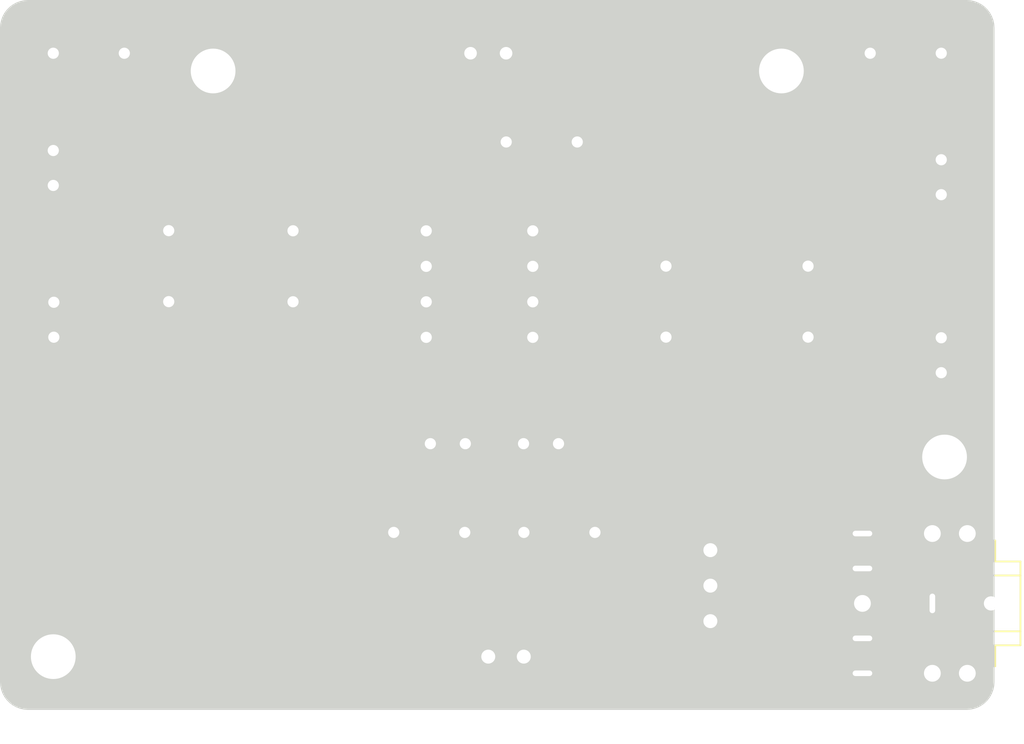
<source format=kicad_pcb>
(kicad_pcb (version 20221018) (generator pcbnew)

  (general
    (thickness 1.6)
  )

  (paper "A4")
  (layers
    (0 "F.Cu" signal)
    (31 "B.Cu" signal)
    (32 "B.Adhes" user "B.Adhesive")
    (33 "F.Adhes" user "F.Adhesive")
    (34 "B.Paste" user)
    (35 "F.Paste" user)
    (36 "B.SilkS" user "B.Silkscreen")
    (37 "F.SilkS" user "F.Silkscreen")
    (38 "B.Mask" user)
    (39 "F.Mask" user)
    (40 "Dwgs.User" user "User.Drawings")
    (41 "Cmts.User" user "User.Comments")
    (42 "Eco1.User" user "User.Eco1")
    (43 "Eco2.User" user "User.Eco2")
    (44 "Edge.Cuts" user)
    (45 "Margin" user)
    (46 "B.CrtYd" user "B.Courtyard")
    (47 "F.CrtYd" user "F.Courtyard")
    (48 "B.Fab" user)
    (49 "F.Fab" user)
    (50 "User.1" user)
    (51 "User.2" user)
    (52 "User.3" user)
    (53 "User.4" user)
    (54 "User.5" user)
    (55 "User.6" user)
    (56 "User.7" user)
    (57 "User.8" user)
    (58 "User.9" user)
  )

  (setup
    (stackup
      (layer "F.SilkS" (type "Top Silk Screen"))
      (layer "F.Paste" (type "Top Solder Paste"))
      (layer "F.Mask" (type "Top Solder Mask") (thickness 0.01))
      (layer "F.Cu" (type "copper") (thickness 0.035))
      (layer "dielectric 1" (type "core") (thickness 1.51) (material "FR4") (epsilon_r 4.5) (loss_tangent 0.02))
      (layer "B.Cu" (type "copper") (thickness 0.035))
      (layer "B.Mask" (type "Bottom Solder Mask") (thickness 0.01))
      (layer "B.Paste" (type "Bottom Solder Paste"))
      (layer "B.SilkS" (type "Bottom Silk Screen"))
      (copper_finish "None")
      (dielectric_constraints no)
    )
    (pad_to_mask_clearance 0)
    (pcbplotparams
      (layerselection 0x00010fc_ffffffff)
      (plot_on_all_layers_selection 0x0000000_00000000)
      (disableapertmacros false)
      (usegerberextensions false)
      (usegerberattributes true)
      (usegerberadvancedattributes true)
      (creategerberjobfile true)
      (dashed_line_dash_ratio 12.000000)
      (dashed_line_gap_ratio 3.000000)
      (svgprecision 4)
      (plotframeref false)
      (viasonmask false)
      (mode 1)
      (useauxorigin false)
      (hpglpennumber 1)
      (hpglpenspeed 20)
      (hpglpendiameter 15.000000)
      (dxfpolygonmode true)
      (dxfimperialunits true)
      (dxfusepcbnewfont true)
      (psnegative false)
      (psa4output false)
      (plotreference true)
      (plotvalue true)
      (plotinvisibletext false)
      (sketchpadsonfab false)
      (subtractmaskfromsilk false)
      (outputformat 1)
      (mirror false)
      (drillshape 1)
      (scaleselection 1)
      (outputdirectory "")
    )
  )

  (net 0 "")
  (net 1 "Net-(C1-Pad1)")
  (net 2 "Net-(C1-Pad2)")
  (net 3 "Net-(C2-Pad1)")
  (net 4 "Net-(C2-Pad2)")
  (net 5 "Net-(J1-Pin_2)")
  (net 6 "Net-(J1-Pin_6)")
  (net 7 "+BATT")
  (net 8 "-BATT")
  (net 9 "Net-(J1-Pin_1)")
  (net 10 "Net-(J1-Pin_7)")
  (net 11 "Net-(D1-A)")
  (net 12 "/Virtual_Ground")
  (net 13 "Net-(C3-Pad1)")
  (net 14 "Net-(C4-Pad1)")
  (net 15 "Net-(J4-Pin_2)")
  (net 16 "Net-(J4-Pin_3)")

  (footprint "Capacitor_THT:CP_Radial_D5.0mm_P2.50mm" (layer "F.Cu") (at 54.65 125.73 90))

  (footprint "Capacitor_THT:CP_Radial_D5.0mm_P2.50mm" (layer "F.Cu") (at 54.61 114.870113 90))

  (footprint "MountingHole:MountingHole_3.2mm_M3" (layer "F.Cu") (at 118.347588 134.30438))

  (footprint "Resistor_THT:R_Box_L8.4mm_W2.5mm_P5.08mm" (layer "F.Cu") (at 98.425 125.725 90))

  (footprint "Capacitor_THT:CP_Radial_D5.0mm_P2.50mm" (layer "F.Cu") (at 84.076 133.35 180))

  (footprint "Capacitor_THT:CP_Radial_D5.0mm_P2.50mm" (layer "F.Cu") (at 118.11 128.27 90))

  (footprint "MountingHole:MountingHole_3.2mm_M3" (layer "F.Cu") (at 54.61 148.59))

  (footprint "Capacitor_THT:CP_Radial_D5.0mm_P2.50mm" (layer "F.Cu") (at 90.740113 133.35 180))

  (footprint "Resistor_THT:R_Box_L8.4mm_W2.5mm_P5.08mm" (layer "F.Cu") (at 71.755 118.115 -90))

  (footprint "Resistor_THT:R_Box_L8.4mm_W2.5mm_P5.08mm" (layer "F.Cu") (at 88.265 139.7))

  (footprint "MountingHole:MountingHole_3.2mm_M3" (layer "F.Cu") (at 66.04 106.68))

  (footprint "Connector_PinHeader_2.54mm:PinHeader_1x03_P2.54mm_Vertical" (layer "F.Cu") (at 101.6 140.97))

  (footprint "Inductor_THT:L_Axial_L7.0mm_D3.3mm_P5.08mm_Vertical_Fastron_MICC" (layer "F.Cu") (at 118.11 105.41 180))

  (footprint "Package_DIP:DIP-8_W7.62mm_Socket" (layer "F.Cu") (at 81.28 118.12))

  (footprint "Inductor_THT:L_Axial_L7.0mm_D3.3mm_P5.08mm_Vertical_Fastron_MICC" (layer "F.Cu") (at 54.61 105.41))

  (footprint "Resistor_THT:R_Box_L8.4mm_W2.5mm_P5.08mm" (layer "F.Cu") (at 78.956 139.7))

  (footprint "Resistor_THT:R_Box_L8.4mm_W2.5mm_P5.08mm" (layer "F.Cu") (at 108.585 125.725 90))

  (footprint "Resistor_THT:R_Box_L8.4mm_W2.5mm_P5.08mm" (layer "F.Cu") (at 87 111.76))

  (footprint "Capacitor_THT:CP_Radial_D5.0mm_P2.50mm" (layer "F.Cu") (at 118.11 115.531 90))

  (footprint "Connector_Audio:Jack_3.5mm_CUI_SJ1-3525N_Horizontal" (layer "F.Cu") (at 117.475 144.78 90))

  (footprint "Resistor_THT:R_Box_L8.4mm_W2.5mm_P5.08mm" (layer "F.Cu") (at 62.865 123.185 90))

  (footprint "Connector_PinHeader_2.54mm:PinHeader_1x02_P2.54mm_Vertical" (layer "F.Cu") (at 85.716793 148.588207 90))

  (footprint "MountingHole:MountingHole_3.2mm_M3" (layer "F.Cu") (at 106.68 106.68))

  (footprint "LED_THT:LED_D4.0mm" (layer "F.Cu") (at 84.45 105.41))

  (segment (start 54.61 114.870113) (end 54.61 116.195) (width 1) (layer "F.Cu") (net 1) (tstamp 24fee871-1233-4217-814e-3e3f1d332178))
  (segment (start 56.52 118.105) (end 62.865 118.105) (width 1) (layer "F.Cu") (net 1) (tstamp 94e5eeb4-78dc-4cd8-861e-fb1e6f361983))
  (segment (start 54.61 116.195) (end 56.52 118.105) (width 1) (layer "F.Cu") (net 1) (tstamp f95c0814-3f20-47eb-9ee0-840aaed618f2))
  (segment (start 54.61 105.41) (end 54.61 112.370113) (width 1) (layer "F.Cu") (net 2) (tstamp 8a8ac138-968d-4d47-97c3-0fd6d52da30d))
  (segment (start 118.11 115.531) (end 112.991 120.65) (width 1) (layer "F.Cu") (net 3) (tstamp 3e03a21e-ba7e-4985-a41a-ba6a99c74908))
  (segment (start 112.991 120.65) (end 111.125 120.65) (width 1) (layer "F.Cu") (net 3) (tstamp 4e8ded8b-5efa-453d-bdd8-408a96e84b95))
  (segment (start 111.12 120.645) (end 108.585 120.645) (width 1) (layer "F.Cu") (net 3) (tstamp 626f59a4-c871-4b5d-b035-2bb7d0b7936d))
  (segment (start 111.125 120.65) (end 111.12 120.645) (width 1) (layer "F.Cu") (net 3) (tstamp a2ade820-6a6e-4d1b-984e-b30ced13bc1f))
  (segment (start 118.11 113.03) (end 118.11 105.41) (width 1) (layer "F.Cu") (net 4) (tstamp b2baa72f-5699-4c41-8e7b-d6b34d2e77d8))
  (segment (start 62.865 123.185) (end 54.654 123.185) (width 1) (layer "F.Cu") (net 5) (tstamp 14389563-3319-45fe-a5b2-dad79eef7e66))
  (segment (start 71.755 123.195) (end 62.875 123.195) (width 1) (layer "F.Cu") (net 5) (tstamp 4755fe81-d25d-49e0-9e58-6347b4ff57e6))
  (segment (start 81.28 120.66) (end 74.29 120.66) (width 1) (layer "F.Cu") (net 5) (tstamp 84eab3c0-e650-4934-a265-a5795d952224))
  (segment (start 74.29 120.66) (end 71.755 123.195) (width 1) (layer "F.Cu") (net 5) (tstamp 9e5089c5-3185-4dd5-9db8-cd119f2847eb))
  (segment (start 62.875 123.195) (end 62.865 123.185) (width 1) (layer "F.Cu") (net 5) (tstamp c7f0d094-9edf-46c6-b4cc-6d693bae515b))
  (segment (start 118.065 125.725) (end 108.585 125.725) (width 1) (layer "F.Cu") (net 6) (tstamp 61c7ba73-c6b1-4cd5-b36e-d15f5612e3cc))
  (segment (start 108.585 125.725) (end 98.425 125.725) (width 1) (layer "F.Cu") (net 6) (tstamp 92989e3c-3f73-4cca-ae8e-c09028595d2a))
  (segment (start 88.9 123.2) (end 95.9 123.2) (width 1) (layer "F.Cu") (net 6) (tstamp 984ce6cc-626d-4ca7-b689-57d92eaf47b0))
  (segment (start 95.9 123.2) (end 98.425 125.725) (width 1) (layer "F.Cu") (net 6) (tstamp c988becf-176c-4822-931e-3ef48d6aadb8))
  (segment (start 84.076 133.35) (end 84.076 139.952) (width 1) (layer "F.Cu") (net 7) (tstamp 58975d57-cf16-4333-be5c-9cb3441beeb8))
  (segment (start 84.076 133.35) (end 83.82 133.35) (width 1) (layer "F.Cu") (net 7) (tstamp b401ddd3-f279-43ed-af0c-06e7a5edc020))
  (segment (start 84.074 146.945414) (end 85.716793 148.588207) (width 1) (layer "F.Cu") (net 7) (tstamp c4570152-39e5-420e-9cda-b80edb0c4697))
  (segment (start 84.074 139.7) (end 84.074 146.945414) (width 1) (layer "F.Cu") (net 7) (tstamp e0785363-3fa2-4702-af36-94955c8abc0c))
  (segment (start 84.076 139.952) (end 84.074 139.954) (width 1) (layer "F.Cu") (net 7) (tstamp f56771de-f910-496a-824c-7a8107e02a05))
  (segment (start 81.28 125.74) (end 81.28 127.635) (width 1) (layer "B.Cu") (net 7) (tstamp 2db33e76-bf25-4dde-a0e6-75dbbc876d4c))
  (segment (start 81.28 127.635) (end 84.076 130.431) (width 1) (layer "B.Cu") (net 7) (tstamp 4ef17426-7b94-430e-b34a-bfdfaf84d238))
  (segment (start 84.076 130.431) (end 84.076 133.35) (width 1) (layer "B.Cu") (net 7) (tstamp 9500b052-9457-4050-b5fe-f5c12d3f7001))
  (segment (start 84.45 105.41) (end 84.45 113.66) (width 1) (layer "F.Cu") (net 8) (tstamp 5dea4cf7-39a9-4f7a-8396-1ae205a5c7a6))
  (segment (start 84.45 113.66) (end 84.455 113.665) (width 1) (layer "F.Cu") (net 8) (tstamp 60e31749-b0a3-465c-9a66-c36a03b728af))
  (segment (start 88.265 139.7) (end 88.265 148.59) (width 1) (layer "F.Cu") (net 8) (tstamp 68fd1aa5-09b8-4c02-b159-26c0888aa4db))
  (segment (start 84.455 113.675) (end 88.9 118.12) (width 1) (layer "F.Cu") (net 8) (tstamp 6d3e1525-a0f4-4556-8841-496bd7d97886))
  (segment (start 88.240113 133.35) (end 88.265 133.374887) (width 1) (layer "F.Cu") (net 8) (tstamp a4d45b86-0cba-43f5-b01e-9c9f54ffa0dd))
  (segment (start 84.455 113.665) (end 84.455 113.675) (width 1) (layer "F.Cu") (net 8) (tstamp b93d7343-8c75-4069-8cbf-7d12454bb06c))
  (segment (start 88.265 133.374887) (end 88.265 139.7) (width 1) (layer "F.Cu") (net 8) (tstamp f0c547f9-31ed-4ee5-a478-da52495dec2f))
  (segment (start 90.18 118.12) (end 92.734888 120.674888) (width 1) (layer "B.Cu") (net 8) (tstamp 8569812c-a7b8-44f6-9220-6e132692345e))
  (segment (start 92.734888 126.340112) (end 88.240113 130.834887) (width 1) (layer "B.Cu") (net 8) (tstamp a8337d3e-b538-44a4-881a-2937de44615
... [422819 chars truncated]
</source>
